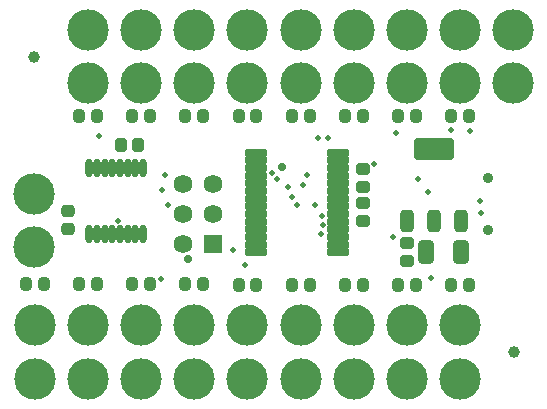
<source format=gbs>
G04 Layer_Color=16711935*
%FSLAX25Y25*%
%MOIN*%
G70*
G01*
G75*
%ADD27R,0.06260X0.06260*%
%ADD28C,0.06260*%
%ADD29C,0.13780*%
%ADD30C,0.03543*%
%ADD31C,0.03937*%
%ADD32C,0.01968*%
G04:AMPARAMS|DCode=44|XSize=42.28mil|YSize=46.22mil|CornerRadius=12.75mil|HoleSize=0mil|Usage=FLASHONLY|Rotation=180.000|XOffset=0mil|YOffset=0mil|HoleType=Round|Shape=RoundedRectangle|*
%AMROUNDEDRECTD44*
21,1,0.04228,0.02072,0,0,180.0*
21,1,0.01678,0.04622,0,0,180.0*
1,1,0.02550,-0.00839,0.01036*
1,1,0.02550,0.00839,0.01036*
1,1,0.02550,0.00839,-0.01036*
1,1,0.02550,-0.00839,-0.01036*
%
%ADD44ROUNDEDRECTD44*%
G04:AMPARAMS|DCode=47|XSize=40.31mil|YSize=44.65mil|CornerRadius=12.25mil|HoleSize=0mil|Usage=FLASHONLY|Rotation=180.000|XOffset=0mil|YOffset=0mil|HoleType=Round|Shape=RoundedRectangle|*
%AMROUNDEDRECTD47*
21,1,0.04031,0.02015,0,0,180.0*
21,1,0.01582,0.04465,0,0,180.0*
1,1,0.02450,-0.00791,0.01007*
1,1,0.02450,0.00791,0.01007*
1,1,0.02450,0.00791,-0.01007*
1,1,0.02450,-0.00791,-0.01007*
%
%ADD47ROUNDEDRECTD47*%
%ADD58C,0.02772*%
G04:AMPARAMS|DCode=59|XSize=53.7mil|YSize=79.69mil|CornerRadius=13.84mil|HoleSize=0mil|Usage=FLASHONLY|Rotation=180.000|XOffset=0mil|YOffset=0mil|HoleType=Round|Shape=RoundedRectangle|*
%AMROUNDEDRECTD59*
21,1,0.05370,0.05202,0,0,180.0*
21,1,0.02603,0.07969,0,0,180.0*
1,1,0.02767,-0.01302,0.02601*
1,1,0.02767,0.01302,0.02601*
1,1,0.02767,0.01302,-0.02601*
1,1,0.02767,-0.01302,-0.02601*
%
%ADD59ROUNDEDRECTD59*%
G04:AMPARAMS|DCode=60|XSize=75.35mil|YSize=135.98mil|CornerRadius=13.78mil|HoleSize=0mil|Usage=FLASHONLY|Rotation=90.000|XOffset=0mil|YOffset=0mil|HoleType=Round|Shape=RoundedRectangle|*
%AMROUNDEDRECTD60*
21,1,0.07535,0.10843,0,0,90.0*
21,1,0.04780,0.13598,0,0,90.0*
1,1,0.02755,0.05422,0.02390*
1,1,0.02755,0.05422,-0.02390*
1,1,0.02755,-0.05422,-0.02390*
1,1,0.02755,-0.05422,0.02390*
%
%ADD60ROUNDEDRECTD60*%
G04:AMPARAMS|DCode=61|XSize=75.35mil|YSize=47.01mil|CornerRadius=13.96mil|HoleSize=0mil|Usage=FLASHONLY|Rotation=270.000|XOffset=0mil|YOffset=0mil|HoleType=Round|Shape=RoundedRectangle|*
%AMROUNDEDRECTD61*
21,1,0.07535,0.01910,0,0,270.0*
21,1,0.04745,0.04701,0,0,270.0*
1,1,0.02791,-0.00955,-0.02372*
1,1,0.02791,-0.00955,0.02372*
1,1,0.02791,0.00955,0.02372*
1,1,0.02791,0.00955,-0.02372*
%
%ADD61ROUNDEDRECTD61*%
G04:AMPARAMS|DCode=62|XSize=74.96mil|YSize=25.35mil|CornerRadius=8.35mil|HoleSize=0mil|Usage=FLASHONLY|Rotation=180.000|XOffset=0mil|YOffset=0mil|HoleType=Round|Shape=RoundedRectangle|*
%AMROUNDEDRECTD62*
21,1,0.07496,0.00866,0,0,180.0*
21,1,0.05827,0.02535,0,0,180.0*
1,1,0.01669,-0.02913,0.00433*
1,1,0.01669,0.02913,0.00433*
1,1,0.01669,0.02913,-0.00433*
1,1,0.01669,-0.02913,-0.00433*
%
%ADD62ROUNDEDRECTD62*%
G04:AMPARAMS|DCode=63|XSize=42.28mil|YSize=46.22mil|CornerRadius=12.75mil|HoleSize=0mil|Usage=FLASHONLY|Rotation=90.000|XOffset=0mil|YOffset=0mil|HoleType=Round|Shape=RoundedRectangle|*
%AMROUNDEDRECTD63*
21,1,0.04228,0.02072,0,0,90.0*
21,1,0.01678,0.04622,0,0,90.0*
1,1,0.02550,0.01036,0.00839*
1,1,0.02550,0.01036,-0.00839*
1,1,0.02550,-0.01036,-0.00839*
1,1,0.02550,-0.01036,0.00839*
%
%ADD63ROUNDEDRECTD63*%
G04:AMPARAMS|DCode=64|XSize=58.03mil|YSize=23.39mil|CornerRadius=7.93mil|HoleSize=0mil|Usage=FLASHONLY|Rotation=270.000|XOffset=0mil|YOffset=0mil|HoleType=Round|Shape=RoundedRectangle|*
%AMROUNDEDRECTD64*
21,1,0.05803,0.00752,0,0,270.0*
21,1,0.04217,0.02339,0,0,270.0*
1,1,0.01586,-0.00376,-0.02108*
1,1,0.01586,-0.00376,0.02108*
1,1,0.01586,0.00376,0.02108*
1,1,0.01586,0.00376,-0.02108*
%
%ADD64ROUNDEDRECTD64*%
G04:AMPARAMS|DCode=65|XSize=40.31mil|YSize=44.65mil|CornerRadius=12.25mil|HoleSize=0mil|Usage=FLASHONLY|Rotation=90.000|XOffset=0mil|YOffset=0mil|HoleType=Round|Shape=RoundedRectangle|*
%AMROUNDEDRECTD65*
21,1,0.04031,0.02015,0,0,90.0*
21,1,0.01582,0.04465,0,0,90.0*
1,1,0.02450,0.01007,0.00791*
1,1,0.02450,0.01007,-0.00791*
1,1,0.02450,-0.01007,-0.00791*
1,1,0.02450,-0.01007,0.00791*
%
%ADD65ROUNDEDRECTD65*%
D27*
X543465Y182520D02*
D03*
D28*
X533465D02*
D03*
X543465Y192520D02*
D03*
X533465D02*
D03*
X543465Y202520D02*
D03*
X533465D02*
D03*
D29*
X483858Y181496D02*
D03*
X501968Y137795D02*
D03*
X519685D02*
D03*
X537402D02*
D03*
X484252D02*
D03*
X555118D02*
D03*
X608268D02*
D03*
X572835D02*
D03*
X590551D02*
D03*
X625984D02*
D03*
X501968Y253937D02*
D03*
X519685D02*
D03*
X537402D02*
D03*
X555118D02*
D03*
X572835D02*
D03*
X590551D02*
D03*
X608268D02*
D03*
X643701D02*
D03*
X572835Y236221D02*
D03*
X590551D02*
D03*
X555118Y155512D02*
D03*
X572835D02*
D03*
X590551D02*
D03*
X608268D02*
D03*
X625984D02*
D03*
Y236221D02*
D03*
X608268D02*
D03*
X643701D02*
D03*
X483858Y199213D02*
D03*
X537402Y155512D02*
D03*
X519685D02*
D03*
X501968D02*
D03*
X484252D02*
D03*
X555118Y236221D02*
D03*
X537402D02*
D03*
X519685D02*
D03*
X501968D02*
D03*
X625984Y253937D02*
D03*
D30*
X635433Y204724D02*
D03*
Y187402D02*
D03*
D31*
X644095Y146653D02*
D03*
X483858Y245079D02*
D03*
D32*
X597243Y209448D02*
D03*
X554331Y175591D02*
D03*
X526170Y171043D02*
D03*
X550394Y180709D02*
D03*
X611811Y204331D02*
D03*
X623012Y220689D02*
D03*
X604724Y219685D02*
D03*
X580315Y188976D02*
D03*
X579528Y185827D02*
D03*
X577559Y195669D02*
D03*
X579831Y192035D02*
D03*
X528740Y195669D02*
D03*
X527559Y205512D02*
D03*
X570079Y198425D02*
D03*
X632776Y197047D02*
D03*
X632972Y193012D02*
D03*
X615354Y200000D02*
D03*
X603543Y185039D02*
D03*
X526772Y200787D02*
D03*
X629134Y220472D02*
D03*
X616142Y171260D02*
D03*
X505512Y218504D02*
D03*
X511811Y190157D02*
D03*
X574803Y205512D02*
D03*
X571654Y195669D02*
D03*
X568504Y201575D02*
D03*
X578740Y218110D02*
D03*
X581890D02*
D03*
X573622Y202362D02*
D03*
X564961Y204331D02*
D03*
X563386Y206299D02*
D03*
D44*
X512795Y215748D02*
D03*
X518701D02*
D03*
D47*
X481280Y169291D02*
D03*
X487224D02*
D03*
X498996Y169291D02*
D03*
X504941D02*
D03*
X516713D02*
D03*
X522657D02*
D03*
X534429D02*
D03*
X540374D02*
D03*
X552146Y169095D02*
D03*
X558090D02*
D03*
X569862D02*
D03*
X575807D02*
D03*
X587579D02*
D03*
X593524D02*
D03*
X605295D02*
D03*
X611240D02*
D03*
X623012D02*
D03*
X628957D02*
D03*
X623012Y225394D02*
D03*
X628957D02*
D03*
X605295D02*
D03*
X611240D02*
D03*
X587579D02*
D03*
X593524D02*
D03*
X569862D02*
D03*
X575807D02*
D03*
X552146Y225197D02*
D03*
X558090D02*
D03*
X534429D02*
D03*
X540374D02*
D03*
X516713D02*
D03*
X522657D02*
D03*
X498996D02*
D03*
X504941D02*
D03*
D58*
X535433Y177559D02*
D03*
X566535Y208268D02*
D03*
D59*
X614665Y179921D02*
D03*
X626279D02*
D03*
D60*
X617323Y214370D02*
D03*
D61*
X608268Y190354D02*
D03*
X617323D02*
D03*
X626378D02*
D03*
D62*
X558051Y179823D02*
D03*
Y182382D02*
D03*
Y184941D02*
D03*
Y187500D02*
D03*
Y190059D02*
D03*
Y192618D02*
D03*
Y195177D02*
D03*
Y197736D02*
D03*
Y200295D02*
D03*
Y202854D02*
D03*
Y205413D02*
D03*
Y207972D02*
D03*
Y210531D02*
D03*
Y213091D02*
D03*
X585256D02*
D03*
Y210531D02*
D03*
Y207972D02*
D03*
Y205413D02*
D03*
Y202854D02*
D03*
Y200295D02*
D03*
Y197736D02*
D03*
Y195177D02*
D03*
Y192618D02*
D03*
Y190059D02*
D03*
Y187500D02*
D03*
Y184941D02*
D03*
Y182382D02*
D03*
Y179823D02*
D03*
D63*
X593701Y207677D02*
D03*
Y201772D02*
D03*
Y196260D02*
D03*
Y190354D02*
D03*
X608268Y182874D02*
D03*
Y176969D02*
D03*
D64*
X520276Y185827D02*
D03*
X517717D02*
D03*
X515158D02*
D03*
X512598D02*
D03*
X510039D02*
D03*
X507480D02*
D03*
X504921D02*
D03*
X502362D02*
D03*
Y208032D02*
D03*
X504921D02*
D03*
X507480D02*
D03*
X510039D02*
D03*
X512598D02*
D03*
X515158D02*
D03*
X517717D02*
D03*
X520276D02*
D03*
D65*
X495276Y193524D02*
D03*
Y187579D02*
D03*
M02*

</source>
